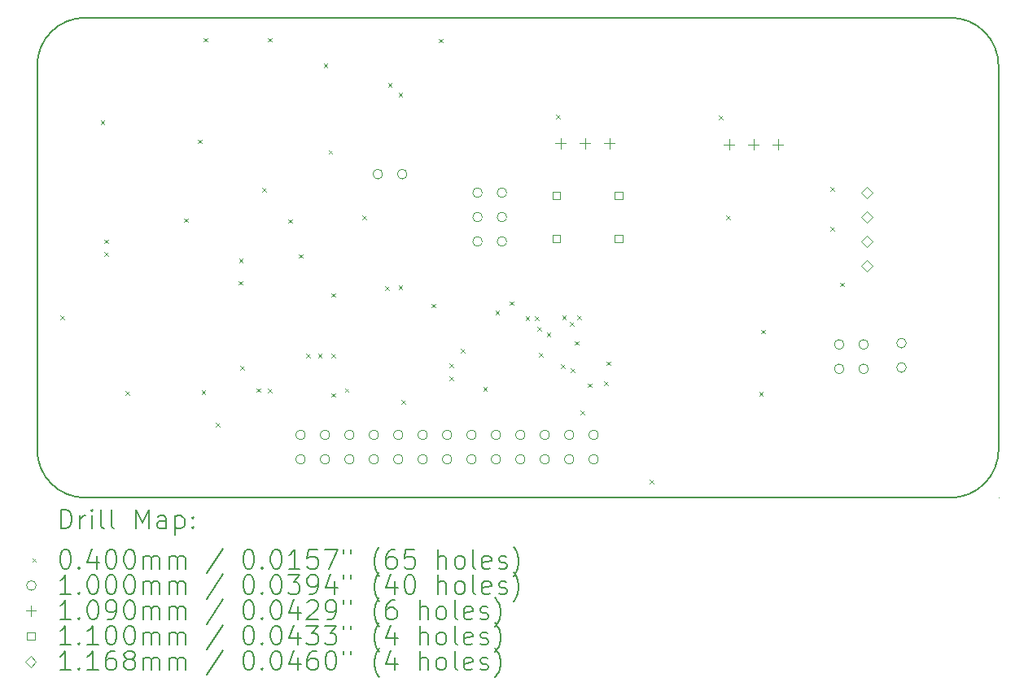
<source format=gbr>
%TF.GenerationSoftware,KiCad,Pcbnew,(6.0.7-1)-1*%
%TF.CreationDate,2022-11-17T12:14:10-08:00*%
%TF.ProjectId,telemetry-emulator-pcb,74656c65-6d65-4747-9279-2d656d756c61,rev?*%
%TF.SameCoordinates,Original*%
%TF.FileFunction,Drillmap*%
%TF.FilePolarity,Positive*%
%FSLAX45Y45*%
G04 Gerber Fmt 4.5, Leading zero omitted, Abs format (unit mm)*
G04 Created by KiCad (PCBNEW (6.0.7-1)-1) date 2022-11-17 12:14:10*
%MOMM*%
%LPD*%
G01*
G04 APERTURE LIST*
%ADD10C,0.200000*%
%ADD11C,0.100000*%
%ADD12C,0.040000*%
%ADD13C,0.109000*%
%ADD14C,0.110000*%
%ADD15C,0.116840*%
G04 APERTURE END LIST*
D10*
X18500000Y-6500000D02*
G75*
G03*
X18000000Y-6000000I-500000J0D01*
G01*
X9000000Y-11000000D02*
X18000000Y-11000000D01*
D11*
X18500000Y-11000000D02*
X18500000Y-11000000D01*
X18500000Y-11000000D02*
X18500000Y-11000000D01*
X18500000Y-11000000D02*
X18500000Y-11000000D01*
X18500000Y-11000000D02*
X18500000Y-11000000D01*
D10*
X18500000Y-10500000D02*
X18500000Y-6500000D01*
X18000000Y-11000000D02*
G75*
G03*
X18500000Y-10500000I0J500000D01*
G01*
X8500000Y-10500000D02*
X8500000Y-6500000D01*
X9000000Y-6000000D02*
G75*
G03*
X8500000Y-6500000I0J-500000D01*
G01*
X8500000Y-10500000D02*
G75*
G03*
X9000000Y-11000000I500000J0D01*
G01*
X9000000Y-6000000D02*
X18000000Y-6000000D01*
D12*
X8740000Y-9100000D02*
X8780000Y-9140000D01*
X8780000Y-9100000D02*
X8740000Y-9140000D01*
X9160000Y-7070000D02*
X9200000Y-7110000D01*
X9200000Y-7070000D02*
X9160000Y-7110000D01*
X9200000Y-8310000D02*
X9240000Y-8350000D01*
X9240000Y-8310000D02*
X9200000Y-8350000D01*
X9200000Y-8440000D02*
X9240000Y-8480000D01*
X9240000Y-8440000D02*
X9200000Y-8480000D01*
X9420000Y-9890000D02*
X9460000Y-9930000D01*
X9460000Y-9890000D02*
X9420000Y-9930000D01*
X10030000Y-8090000D02*
X10070000Y-8130000D01*
X10070000Y-8090000D02*
X10030000Y-8130000D01*
X10170000Y-7270000D02*
X10210000Y-7310000D01*
X10210000Y-7270000D02*
X10170000Y-7310000D01*
X10210000Y-9880000D02*
X10250000Y-9920000D01*
X10250000Y-9880000D02*
X10210000Y-9920000D01*
X10230000Y-6210000D02*
X10270000Y-6250000D01*
X10270000Y-6210000D02*
X10230000Y-6250000D01*
X10360000Y-10220000D02*
X10400000Y-10260000D01*
X10400000Y-10220000D02*
X10360000Y-10260000D01*
X10595870Y-8743410D02*
X10635870Y-8783410D01*
X10635870Y-8743410D02*
X10595870Y-8783410D01*
X10600000Y-8510000D02*
X10640000Y-8550000D01*
X10640000Y-8510000D02*
X10600000Y-8550000D01*
X10610000Y-9630000D02*
X10650000Y-9670000D01*
X10650000Y-9630000D02*
X10610000Y-9670000D01*
X10780000Y-9860000D02*
X10820000Y-9900000D01*
X10820000Y-9860000D02*
X10780000Y-9900000D01*
X10840000Y-7770000D02*
X10880000Y-7810000D01*
X10880000Y-7770000D02*
X10840000Y-7810000D01*
X10902000Y-6210000D02*
X10942000Y-6250000D01*
X10942000Y-6210000D02*
X10902000Y-6250000D01*
X10902338Y-9862338D02*
X10942338Y-9902338D01*
X10942338Y-9862338D02*
X10902338Y-9902338D01*
X11110000Y-8100000D02*
X11150000Y-8140000D01*
X11150000Y-8100000D02*
X11110000Y-8140000D01*
X11222192Y-8462550D02*
X11262192Y-8502550D01*
X11262192Y-8462550D02*
X11222192Y-8502550D01*
X11298770Y-9501230D02*
X11338770Y-9541230D01*
X11338770Y-9501230D02*
X11298770Y-9541230D01*
X11420000Y-9500000D02*
X11460000Y-9540000D01*
X11460000Y-9500000D02*
X11420000Y-9540000D01*
X11480000Y-6480000D02*
X11520000Y-6520000D01*
X11520000Y-6480000D02*
X11480000Y-6520000D01*
X11530000Y-7380000D02*
X11570000Y-7420000D01*
X11570000Y-7380000D02*
X11530000Y-7420000D01*
X11560000Y-8870000D02*
X11600000Y-8910000D01*
X11600000Y-8870000D02*
X11560000Y-8910000D01*
X11560000Y-9500000D02*
X11600000Y-9540000D01*
X11600000Y-9500000D02*
X11560000Y-9540000D01*
X11560000Y-9910000D02*
X11600000Y-9950000D01*
X11600000Y-9910000D02*
X11560000Y-9950000D01*
X11700000Y-9860000D02*
X11740000Y-9900000D01*
X11740000Y-9860000D02*
X11700000Y-9900000D01*
X11880000Y-8060000D02*
X11920000Y-8100000D01*
X11920000Y-8060000D02*
X11880000Y-8100000D01*
X12120000Y-8797550D02*
X12160000Y-8837550D01*
X12160000Y-8797550D02*
X12120000Y-8837550D01*
X12150000Y-6680000D02*
X12190000Y-6720000D01*
X12190000Y-6680000D02*
X12150000Y-6720000D01*
X12260000Y-6780000D02*
X12300000Y-6820000D01*
X12300000Y-6780000D02*
X12260000Y-6820000D01*
X12260000Y-8790000D02*
X12300000Y-8830000D01*
X12300000Y-8790000D02*
X12260000Y-8830000D01*
X12287550Y-9980000D02*
X12327550Y-10020000D01*
X12327550Y-9980000D02*
X12287550Y-10020000D01*
X12600000Y-8980000D02*
X12640000Y-9020000D01*
X12640000Y-8980000D02*
X12600000Y-9020000D01*
X12680000Y-6220000D02*
X12720000Y-6260000D01*
X12720000Y-6220000D02*
X12680000Y-6260000D01*
X12790000Y-9600000D02*
X12830000Y-9640000D01*
X12830000Y-9600000D02*
X12790000Y-9640000D01*
X12790000Y-9740000D02*
X12830000Y-9780000D01*
X12830000Y-9740000D02*
X12790000Y-9780000D01*
X12910000Y-9450000D02*
X12950000Y-9490000D01*
X12950000Y-9450000D02*
X12910000Y-9490000D01*
X13140000Y-9850000D02*
X13180000Y-9890000D01*
X13180000Y-9850000D02*
X13140000Y-9890000D01*
X13266265Y-9053735D02*
X13306265Y-9093735D01*
X13306265Y-9053735D02*
X13266265Y-9093735D01*
X13417000Y-8953000D02*
X13457000Y-8993000D01*
X13457000Y-8953000D02*
X13417000Y-8993000D01*
X13580000Y-9110000D02*
X13620000Y-9150000D01*
X13620000Y-9110000D02*
X13580000Y-9150000D01*
X13679950Y-9110000D02*
X13719950Y-9150000D01*
X13719950Y-9110000D02*
X13679950Y-9150000D01*
X13700000Y-9220000D02*
X13740000Y-9260000D01*
X13740000Y-9220000D02*
X13700000Y-9260000D01*
X13720000Y-9490450D02*
X13760000Y-9530450D01*
X13760000Y-9490450D02*
X13720000Y-9530450D01*
X13800000Y-9280000D02*
X13840000Y-9320000D01*
X13840000Y-9280000D02*
X13800000Y-9320000D01*
X13900000Y-7010000D02*
X13940000Y-7050000D01*
X13940000Y-7010000D02*
X13900000Y-7050000D01*
X13950000Y-9610000D02*
X13990000Y-9650000D01*
X13990000Y-9610000D02*
X13950000Y-9650000D01*
X13960000Y-9100000D02*
X14000000Y-9140000D01*
X14000000Y-9100000D02*
X13960000Y-9140000D01*
X14040000Y-9170000D02*
X14080000Y-9210000D01*
X14080000Y-9170000D02*
X14040000Y-9210000D01*
X14050000Y-9650000D02*
X14090000Y-9690000D01*
X14090000Y-9650000D02*
X14050000Y-9690000D01*
X14090000Y-9370000D02*
X14130000Y-9410000D01*
X14130000Y-9370000D02*
X14090000Y-9410000D01*
X14120000Y-9100000D02*
X14160000Y-9140000D01*
X14160000Y-9100000D02*
X14120000Y-9140000D01*
X14150000Y-10090000D02*
X14190000Y-10130000D01*
X14190000Y-10090000D02*
X14150000Y-10130000D01*
X14230000Y-9810000D02*
X14270000Y-9850000D01*
X14270000Y-9810000D02*
X14230000Y-9850000D01*
X14400000Y-9790000D02*
X14440000Y-9830000D01*
X14440000Y-9790000D02*
X14400000Y-9830000D01*
X14420000Y-9580000D02*
X14460000Y-9620000D01*
X14460000Y-9580000D02*
X14420000Y-9620000D01*
X14870000Y-10810000D02*
X14910000Y-10850000D01*
X14910000Y-10810000D02*
X14870000Y-10850000D01*
X15590000Y-7020000D02*
X15630000Y-7060000D01*
X15630000Y-7020000D02*
X15590000Y-7060000D01*
X15670000Y-8060000D02*
X15710000Y-8100000D01*
X15710000Y-8060000D02*
X15670000Y-8100000D01*
X16010000Y-9900000D02*
X16050000Y-9940000D01*
X16050000Y-9900000D02*
X16010000Y-9940000D01*
X16030000Y-9250000D02*
X16070000Y-9290000D01*
X16070000Y-9250000D02*
X16030000Y-9290000D01*
X16750000Y-7763500D02*
X16790000Y-7803500D01*
X16790000Y-7763500D02*
X16750000Y-7803500D01*
X16753050Y-8180000D02*
X16793050Y-8220000D01*
X16793050Y-8180000D02*
X16753050Y-8220000D01*
X16850000Y-8760000D02*
X16890000Y-8800000D01*
X16890000Y-8760000D02*
X16850000Y-8800000D01*
D11*
X11290000Y-10346000D02*
G75*
G03*
X11290000Y-10346000I-50000J0D01*
G01*
X11290000Y-10600000D02*
G75*
G03*
X11290000Y-10600000I-50000J0D01*
G01*
X11544000Y-10346000D02*
G75*
G03*
X11544000Y-10346000I-50000J0D01*
G01*
X11544000Y-10600000D02*
G75*
G03*
X11544000Y-10600000I-50000J0D01*
G01*
X11798000Y-10346000D02*
G75*
G03*
X11798000Y-10346000I-50000J0D01*
G01*
X11798000Y-10600000D02*
G75*
G03*
X11798000Y-10600000I-50000J0D01*
G01*
X12052000Y-10346000D02*
G75*
G03*
X12052000Y-10346000I-50000J0D01*
G01*
X12052000Y-10600000D02*
G75*
G03*
X12052000Y-10600000I-50000J0D01*
G01*
X12093500Y-7630000D02*
G75*
G03*
X12093500Y-7630000I-50000J0D01*
G01*
X12306000Y-10346000D02*
G75*
G03*
X12306000Y-10346000I-50000J0D01*
G01*
X12306000Y-10600000D02*
G75*
G03*
X12306000Y-10600000I-50000J0D01*
G01*
X12347500Y-7630000D02*
G75*
G03*
X12347500Y-7630000I-50000J0D01*
G01*
X12560000Y-10346000D02*
G75*
G03*
X12560000Y-10346000I-50000J0D01*
G01*
X12560000Y-10600000D02*
G75*
G03*
X12560000Y-10600000I-50000J0D01*
G01*
X12814000Y-10346000D02*
G75*
G03*
X12814000Y-10346000I-50000J0D01*
G01*
X12814000Y-10600000D02*
G75*
G03*
X12814000Y-10600000I-50000J0D01*
G01*
X13068000Y-10346000D02*
G75*
G03*
X13068000Y-10346000I-50000J0D01*
G01*
X13068000Y-10600000D02*
G75*
G03*
X13068000Y-10600000I-50000J0D01*
G01*
X13131000Y-7823200D02*
G75*
G03*
X13131000Y-7823200I-50000J0D01*
G01*
X13131000Y-8077200D02*
G75*
G03*
X13131000Y-8077200I-50000J0D01*
G01*
X13131000Y-8331200D02*
G75*
G03*
X13131000Y-8331200I-50000J0D01*
G01*
X13322000Y-10346000D02*
G75*
G03*
X13322000Y-10346000I-50000J0D01*
G01*
X13322000Y-10600000D02*
G75*
G03*
X13322000Y-10600000I-50000J0D01*
G01*
X13385000Y-7823200D02*
G75*
G03*
X13385000Y-7823200I-50000J0D01*
G01*
X13385000Y-8077200D02*
G75*
G03*
X13385000Y-8077200I-50000J0D01*
G01*
X13385000Y-8331200D02*
G75*
G03*
X13385000Y-8331200I-50000J0D01*
G01*
X13576000Y-10346000D02*
G75*
G03*
X13576000Y-10346000I-50000J0D01*
G01*
X13576000Y-10600000D02*
G75*
G03*
X13576000Y-10600000I-50000J0D01*
G01*
X13830000Y-10346000D02*
G75*
G03*
X13830000Y-10346000I-50000J0D01*
G01*
X13830000Y-10600000D02*
G75*
G03*
X13830000Y-10600000I-50000J0D01*
G01*
X14084000Y-10346000D02*
G75*
G03*
X14084000Y-10346000I-50000J0D01*
G01*
X14084000Y-10600000D02*
G75*
G03*
X14084000Y-10600000I-50000J0D01*
G01*
X14338000Y-10346000D02*
G75*
G03*
X14338000Y-10346000I-50000J0D01*
G01*
X14338000Y-10600000D02*
G75*
G03*
X14338000Y-10600000I-50000J0D01*
G01*
X16892500Y-9403500D02*
G75*
G03*
X16892500Y-9403500I-50000J0D01*
G01*
X16892500Y-9657500D02*
G75*
G03*
X16892500Y-9657500I-50000J0D01*
G01*
X17146500Y-9403500D02*
G75*
G03*
X17146500Y-9403500I-50000J0D01*
G01*
X17146500Y-9657500D02*
G75*
G03*
X17146500Y-9657500I-50000J0D01*
G01*
X17540000Y-9390000D02*
G75*
G03*
X17540000Y-9390000I-50000J0D01*
G01*
X17540000Y-9644000D02*
G75*
G03*
X17540000Y-9644000I-50000J0D01*
G01*
D13*
X13946000Y-7255000D02*
X13946000Y-7364000D01*
X13891500Y-7309500D02*
X14000500Y-7309500D01*
X14200000Y-7255000D02*
X14200000Y-7364000D01*
X14145500Y-7309500D02*
X14254500Y-7309500D01*
X14454000Y-7255000D02*
X14454000Y-7364000D01*
X14399500Y-7309500D02*
X14508500Y-7309500D01*
X15696000Y-7265000D02*
X15696000Y-7374000D01*
X15641500Y-7319500D02*
X15750500Y-7319500D01*
X15950000Y-7265000D02*
X15950000Y-7374000D01*
X15895500Y-7319500D02*
X16004500Y-7319500D01*
X16204000Y-7265000D02*
X16204000Y-7374000D01*
X16149500Y-7319500D02*
X16258500Y-7319500D01*
D14*
X13937891Y-7891091D02*
X13937891Y-7813309D01*
X13860109Y-7813309D01*
X13860109Y-7891091D01*
X13937891Y-7891091D01*
X13937891Y-8341091D02*
X13937891Y-8263309D01*
X13860109Y-8263309D01*
X13860109Y-8341091D01*
X13937891Y-8341091D01*
X14587891Y-7891091D02*
X14587891Y-7813309D01*
X14510109Y-7813309D01*
X14510109Y-7891091D01*
X14587891Y-7891091D01*
X14587891Y-8341091D02*
X14587891Y-8263309D01*
X14510109Y-8263309D01*
X14510109Y-8341091D01*
X14587891Y-8341091D01*
D15*
X17128850Y-7883370D02*
X17187270Y-7824950D01*
X17128850Y-7766530D01*
X17070430Y-7824950D01*
X17128850Y-7883370D01*
X17128850Y-8137370D02*
X17187270Y-8078950D01*
X17128850Y-8020530D01*
X17070430Y-8078950D01*
X17128850Y-8137370D01*
X17128850Y-8391370D02*
X17187270Y-8332950D01*
X17128850Y-8274530D01*
X17070430Y-8332950D01*
X17128850Y-8391370D01*
X17128850Y-8645370D02*
X17187270Y-8586950D01*
X17128850Y-8528530D01*
X17070430Y-8586950D01*
X17128850Y-8645370D01*
D10*
X8747619Y-11320476D02*
X8747619Y-11120476D01*
X8795238Y-11120476D01*
X8823810Y-11130000D01*
X8842857Y-11149048D01*
X8852381Y-11168095D01*
X8861905Y-11206190D01*
X8861905Y-11234762D01*
X8852381Y-11272857D01*
X8842857Y-11291905D01*
X8823810Y-11310952D01*
X8795238Y-11320476D01*
X8747619Y-11320476D01*
X8947619Y-11320476D02*
X8947619Y-11187143D01*
X8947619Y-11225238D02*
X8957143Y-11206190D01*
X8966667Y-11196667D01*
X8985714Y-11187143D01*
X9004762Y-11187143D01*
X9071429Y-11320476D02*
X9071429Y-11187143D01*
X9071429Y-11120476D02*
X9061905Y-11130000D01*
X9071429Y-11139524D01*
X9080952Y-11130000D01*
X9071429Y-11120476D01*
X9071429Y-11139524D01*
X9195238Y-11320476D02*
X9176190Y-11310952D01*
X9166667Y-11291905D01*
X9166667Y-11120476D01*
X9300000Y-11320476D02*
X9280952Y-11310952D01*
X9271429Y-11291905D01*
X9271429Y-11120476D01*
X9528571Y-11320476D02*
X9528571Y-11120476D01*
X9595238Y-11263333D01*
X9661905Y-11120476D01*
X9661905Y-11320476D01*
X9842857Y-11320476D02*
X9842857Y-11215714D01*
X9833333Y-11196667D01*
X9814286Y-11187143D01*
X9776190Y-11187143D01*
X9757143Y-11196667D01*
X9842857Y-11310952D02*
X9823810Y-11320476D01*
X9776190Y-11320476D01*
X9757143Y-11310952D01*
X9747619Y-11291905D01*
X9747619Y-11272857D01*
X9757143Y-11253809D01*
X9776190Y-11244286D01*
X9823810Y-11244286D01*
X9842857Y-11234762D01*
X9938095Y-11187143D02*
X9938095Y-11387143D01*
X9938095Y-11196667D02*
X9957143Y-11187143D01*
X9995238Y-11187143D01*
X10014286Y-11196667D01*
X10023810Y-11206190D01*
X10033333Y-11225238D01*
X10033333Y-11282381D01*
X10023810Y-11301428D01*
X10014286Y-11310952D01*
X9995238Y-11320476D01*
X9957143Y-11320476D01*
X9938095Y-11310952D01*
X10119048Y-11301428D02*
X10128571Y-11310952D01*
X10119048Y-11320476D01*
X10109524Y-11310952D01*
X10119048Y-11301428D01*
X10119048Y-11320476D01*
X10119048Y-11196667D02*
X10128571Y-11206190D01*
X10119048Y-11215714D01*
X10109524Y-11206190D01*
X10119048Y-11196667D01*
X10119048Y-11215714D01*
D12*
X8450000Y-11630000D02*
X8490000Y-11670000D01*
X8490000Y-11630000D02*
X8450000Y-11670000D01*
D10*
X8785714Y-11540476D02*
X8804762Y-11540476D01*
X8823810Y-11550000D01*
X8833333Y-11559524D01*
X8842857Y-11578571D01*
X8852381Y-11616667D01*
X8852381Y-11664286D01*
X8842857Y-11702381D01*
X8833333Y-11721428D01*
X8823810Y-11730952D01*
X8804762Y-11740476D01*
X8785714Y-11740476D01*
X8766667Y-11730952D01*
X8757143Y-11721428D01*
X8747619Y-11702381D01*
X8738095Y-11664286D01*
X8738095Y-11616667D01*
X8747619Y-11578571D01*
X8757143Y-11559524D01*
X8766667Y-11550000D01*
X8785714Y-11540476D01*
X8938095Y-11721428D02*
X8947619Y-11730952D01*
X8938095Y-11740476D01*
X8928571Y-11730952D01*
X8938095Y-11721428D01*
X8938095Y-11740476D01*
X9119048Y-11607143D02*
X9119048Y-11740476D01*
X9071429Y-11530952D02*
X9023810Y-11673809D01*
X9147619Y-11673809D01*
X9261905Y-11540476D02*
X9280952Y-11540476D01*
X9300000Y-11550000D01*
X9309524Y-11559524D01*
X9319048Y-11578571D01*
X9328571Y-11616667D01*
X9328571Y-11664286D01*
X9319048Y-11702381D01*
X9309524Y-11721428D01*
X9300000Y-11730952D01*
X9280952Y-11740476D01*
X9261905Y-11740476D01*
X9242857Y-11730952D01*
X9233333Y-11721428D01*
X9223810Y-11702381D01*
X9214286Y-11664286D01*
X9214286Y-11616667D01*
X9223810Y-11578571D01*
X9233333Y-11559524D01*
X9242857Y-11550000D01*
X9261905Y-11540476D01*
X9452381Y-11540476D02*
X9471429Y-11540476D01*
X9490476Y-11550000D01*
X9500000Y-11559524D01*
X9509524Y-11578571D01*
X9519048Y-11616667D01*
X9519048Y-11664286D01*
X9509524Y-11702381D01*
X9500000Y-11721428D01*
X9490476Y-11730952D01*
X9471429Y-11740476D01*
X9452381Y-11740476D01*
X9433333Y-11730952D01*
X9423810Y-11721428D01*
X9414286Y-11702381D01*
X9404762Y-11664286D01*
X9404762Y-11616667D01*
X9414286Y-11578571D01*
X9423810Y-11559524D01*
X9433333Y-11550000D01*
X9452381Y-11540476D01*
X9604762Y-11740476D02*
X9604762Y-11607143D01*
X9604762Y-11626190D02*
X9614286Y-11616667D01*
X9633333Y-11607143D01*
X9661905Y-11607143D01*
X9680952Y-11616667D01*
X9690476Y-11635714D01*
X9690476Y-11740476D01*
X9690476Y-11635714D02*
X9700000Y-11616667D01*
X9719048Y-11607143D01*
X9747619Y-11607143D01*
X9766667Y-11616667D01*
X9776190Y-11635714D01*
X9776190Y-11740476D01*
X9871429Y-11740476D02*
X9871429Y-11607143D01*
X9871429Y-11626190D02*
X9880952Y-11616667D01*
X9900000Y-11607143D01*
X9928571Y-11607143D01*
X9947619Y-11616667D01*
X9957143Y-11635714D01*
X9957143Y-11740476D01*
X9957143Y-11635714D02*
X9966667Y-11616667D01*
X9985714Y-11607143D01*
X10014286Y-11607143D01*
X10033333Y-11616667D01*
X10042857Y-11635714D01*
X10042857Y-11740476D01*
X10433333Y-11530952D02*
X10261905Y-11788095D01*
X10690476Y-11540476D02*
X10709524Y-11540476D01*
X10728571Y-11550000D01*
X10738095Y-11559524D01*
X10747619Y-11578571D01*
X10757143Y-11616667D01*
X10757143Y-11664286D01*
X10747619Y-11702381D01*
X10738095Y-11721428D01*
X10728571Y-11730952D01*
X10709524Y-11740476D01*
X10690476Y-11740476D01*
X10671429Y-11730952D01*
X10661905Y-11721428D01*
X10652381Y-11702381D01*
X10642857Y-11664286D01*
X10642857Y-11616667D01*
X10652381Y-11578571D01*
X10661905Y-11559524D01*
X10671429Y-11550000D01*
X10690476Y-11540476D01*
X10842857Y-11721428D02*
X10852381Y-11730952D01*
X10842857Y-11740476D01*
X10833333Y-11730952D01*
X10842857Y-11721428D01*
X10842857Y-11740476D01*
X10976190Y-11540476D02*
X10995238Y-11540476D01*
X11014286Y-11550000D01*
X11023810Y-11559524D01*
X11033333Y-11578571D01*
X11042857Y-11616667D01*
X11042857Y-11664286D01*
X11033333Y-11702381D01*
X11023810Y-11721428D01*
X11014286Y-11730952D01*
X10995238Y-11740476D01*
X10976190Y-11740476D01*
X10957143Y-11730952D01*
X10947619Y-11721428D01*
X10938095Y-11702381D01*
X10928571Y-11664286D01*
X10928571Y-11616667D01*
X10938095Y-11578571D01*
X10947619Y-11559524D01*
X10957143Y-11550000D01*
X10976190Y-11540476D01*
X11233333Y-11740476D02*
X11119048Y-11740476D01*
X11176190Y-11740476D02*
X11176190Y-11540476D01*
X11157143Y-11569048D01*
X11138095Y-11588095D01*
X11119048Y-11597619D01*
X11414286Y-11540476D02*
X11319048Y-11540476D01*
X11309524Y-11635714D01*
X11319048Y-11626190D01*
X11338095Y-11616667D01*
X11385714Y-11616667D01*
X11404762Y-11626190D01*
X11414286Y-11635714D01*
X11423809Y-11654762D01*
X11423809Y-11702381D01*
X11414286Y-11721428D01*
X11404762Y-11730952D01*
X11385714Y-11740476D01*
X11338095Y-11740476D01*
X11319048Y-11730952D01*
X11309524Y-11721428D01*
X11490476Y-11540476D02*
X11623809Y-11540476D01*
X11538095Y-11740476D01*
X11690476Y-11540476D02*
X11690476Y-11578571D01*
X11766667Y-11540476D02*
X11766667Y-11578571D01*
X12061905Y-11816667D02*
X12052381Y-11807143D01*
X12033333Y-11778571D01*
X12023809Y-11759524D01*
X12014286Y-11730952D01*
X12004762Y-11683333D01*
X12004762Y-11645238D01*
X12014286Y-11597619D01*
X12023809Y-11569048D01*
X12033333Y-11550000D01*
X12052381Y-11521428D01*
X12061905Y-11511905D01*
X12223809Y-11540476D02*
X12185714Y-11540476D01*
X12166667Y-11550000D01*
X12157143Y-11559524D01*
X12138095Y-11588095D01*
X12128571Y-11626190D01*
X12128571Y-11702381D01*
X12138095Y-11721428D01*
X12147619Y-11730952D01*
X12166667Y-11740476D01*
X12204762Y-11740476D01*
X12223809Y-11730952D01*
X12233333Y-11721428D01*
X12242857Y-11702381D01*
X12242857Y-11654762D01*
X12233333Y-11635714D01*
X12223809Y-11626190D01*
X12204762Y-11616667D01*
X12166667Y-11616667D01*
X12147619Y-11626190D01*
X12138095Y-11635714D01*
X12128571Y-11654762D01*
X12423809Y-11540476D02*
X12328571Y-11540476D01*
X12319048Y-11635714D01*
X12328571Y-11626190D01*
X12347619Y-11616667D01*
X12395238Y-11616667D01*
X12414286Y-11626190D01*
X12423809Y-11635714D01*
X12433333Y-11654762D01*
X12433333Y-11702381D01*
X12423809Y-11721428D01*
X12414286Y-11730952D01*
X12395238Y-11740476D01*
X12347619Y-11740476D01*
X12328571Y-11730952D01*
X12319048Y-11721428D01*
X12671428Y-11740476D02*
X12671428Y-11540476D01*
X12757143Y-11740476D02*
X12757143Y-11635714D01*
X12747619Y-11616667D01*
X12728571Y-11607143D01*
X12700000Y-11607143D01*
X12680952Y-11616667D01*
X12671428Y-11626190D01*
X12880952Y-11740476D02*
X12861905Y-11730952D01*
X12852381Y-11721428D01*
X12842857Y-11702381D01*
X12842857Y-11645238D01*
X12852381Y-11626190D01*
X12861905Y-11616667D01*
X12880952Y-11607143D01*
X12909524Y-11607143D01*
X12928571Y-11616667D01*
X12938095Y-11626190D01*
X12947619Y-11645238D01*
X12947619Y-11702381D01*
X12938095Y-11721428D01*
X12928571Y-11730952D01*
X12909524Y-11740476D01*
X12880952Y-11740476D01*
X13061905Y-11740476D02*
X13042857Y-11730952D01*
X13033333Y-11711905D01*
X13033333Y-11540476D01*
X13214286Y-11730952D02*
X13195238Y-11740476D01*
X13157143Y-11740476D01*
X13138095Y-11730952D01*
X13128571Y-11711905D01*
X13128571Y-11635714D01*
X13138095Y-11616667D01*
X13157143Y-11607143D01*
X13195238Y-11607143D01*
X13214286Y-11616667D01*
X13223809Y-11635714D01*
X13223809Y-11654762D01*
X13128571Y-11673809D01*
X13300000Y-11730952D02*
X13319048Y-11740476D01*
X13357143Y-11740476D01*
X13376190Y-11730952D01*
X13385714Y-11711905D01*
X13385714Y-11702381D01*
X13376190Y-11683333D01*
X13357143Y-11673809D01*
X13328571Y-11673809D01*
X13309524Y-11664286D01*
X13300000Y-11645238D01*
X13300000Y-11635714D01*
X13309524Y-11616667D01*
X13328571Y-11607143D01*
X13357143Y-11607143D01*
X13376190Y-11616667D01*
X13452381Y-11816667D02*
X13461905Y-11807143D01*
X13480952Y-11778571D01*
X13490476Y-11759524D01*
X13500000Y-11730952D01*
X13509524Y-11683333D01*
X13509524Y-11645238D01*
X13500000Y-11597619D01*
X13490476Y-11569048D01*
X13480952Y-11550000D01*
X13461905Y-11521428D01*
X13452381Y-11511905D01*
D11*
X8490000Y-11914000D02*
G75*
G03*
X8490000Y-11914000I-50000J0D01*
G01*
D10*
X8852381Y-12004476D02*
X8738095Y-12004476D01*
X8795238Y-12004476D02*
X8795238Y-11804476D01*
X8776190Y-11833048D01*
X8757143Y-11852095D01*
X8738095Y-11861619D01*
X8938095Y-11985428D02*
X8947619Y-11994952D01*
X8938095Y-12004476D01*
X8928571Y-11994952D01*
X8938095Y-11985428D01*
X8938095Y-12004476D01*
X9071429Y-11804476D02*
X9090476Y-11804476D01*
X9109524Y-11814000D01*
X9119048Y-11823524D01*
X9128571Y-11842571D01*
X9138095Y-11880667D01*
X9138095Y-11928286D01*
X9128571Y-11966381D01*
X9119048Y-11985428D01*
X9109524Y-11994952D01*
X9090476Y-12004476D01*
X9071429Y-12004476D01*
X9052381Y-11994952D01*
X9042857Y-11985428D01*
X9033333Y-11966381D01*
X9023810Y-11928286D01*
X9023810Y-11880667D01*
X9033333Y-11842571D01*
X9042857Y-11823524D01*
X9052381Y-11814000D01*
X9071429Y-11804476D01*
X9261905Y-11804476D02*
X9280952Y-11804476D01*
X9300000Y-11814000D01*
X9309524Y-11823524D01*
X9319048Y-11842571D01*
X9328571Y-11880667D01*
X9328571Y-11928286D01*
X9319048Y-11966381D01*
X9309524Y-11985428D01*
X9300000Y-11994952D01*
X9280952Y-12004476D01*
X9261905Y-12004476D01*
X9242857Y-11994952D01*
X9233333Y-11985428D01*
X9223810Y-11966381D01*
X9214286Y-11928286D01*
X9214286Y-11880667D01*
X9223810Y-11842571D01*
X9233333Y-11823524D01*
X9242857Y-11814000D01*
X9261905Y-11804476D01*
X9452381Y-11804476D02*
X9471429Y-11804476D01*
X9490476Y-11814000D01*
X9500000Y-11823524D01*
X9509524Y-11842571D01*
X9519048Y-11880667D01*
X9519048Y-11928286D01*
X9509524Y-11966381D01*
X9500000Y-11985428D01*
X9490476Y-11994952D01*
X9471429Y-12004476D01*
X9452381Y-12004476D01*
X9433333Y-11994952D01*
X9423810Y-11985428D01*
X9414286Y-11966381D01*
X9404762Y-11928286D01*
X9404762Y-11880667D01*
X9414286Y-11842571D01*
X9423810Y-11823524D01*
X9433333Y-11814000D01*
X9452381Y-11804476D01*
X9604762Y-12004476D02*
X9604762Y-11871143D01*
X9604762Y-11890190D02*
X9614286Y-11880667D01*
X9633333Y-11871143D01*
X9661905Y-11871143D01*
X9680952Y-11880667D01*
X9690476Y-11899714D01*
X9690476Y-12004476D01*
X9690476Y-11899714D02*
X9700000Y-11880667D01*
X9719048Y-11871143D01*
X9747619Y-11871143D01*
X9766667Y-11880667D01*
X9776190Y-11899714D01*
X9776190Y-12004476D01*
X9871429Y-12004476D02*
X9871429Y-11871143D01*
X9871429Y-11890190D02*
X9880952Y-11880667D01*
X9900000Y-11871143D01*
X9928571Y-11871143D01*
X9947619Y-11880667D01*
X9957143Y-11899714D01*
X9957143Y-12004476D01*
X9957143Y-11899714D02*
X9966667Y-11880667D01*
X9985714Y-11871143D01*
X10014286Y-11871143D01*
X10033333Y-11880667D01*
X10042857Y-11899714D01*
X10042857Y-12004476D01*
X10433333Y-11794952D02*
X10261905Y-12052095D01*
X10690476Y-11804476D02*
X10709524Y-11804476D01*
X10728571Y-11814000D01*
X10738095Y-11823524D01*
X10747619Y-11842571D01*
X10757143Y-11880667D01*
X10757143Y-11928286D01*
X10747619Y-11966381D01*
X10738095Y-11985428D01*
X10728571Y-11994952D01*
X10709524Y-12004476D01*
X10690476Y-12004476D01*
X10671429Y-11994952D01*
X10661905Y-11985428D01*
X10652381Y-11966381D01*
X10642857Y-11928286D01*
X10642857Y-11880667D01*
X10652381Y-11842571D01*
X10661905Y-11823524D01*
X10671429Y-11814000D01*
X10690476Y-11804476D01*
X10842857Y-11985428D02*
X10852381Y-11994952D01*
X10842857Y-12004476D01*
X10833333Y-11994952D01*
X10842857Y-11985428D01*
X10842857Y-12004476D01*
X10976190Y-11804476D02*
X10995238Y-11804476D01*
X11014286Y-11814000D01*
X11023810Y-11823524D01*
X11033333Y-11842571D01*
X11042857Y-11880667D01*
X11042857Y-11928286D01*
X11033333Y-11966381D01*
X11023810Y-11985428D01*
X11014286Y-11994952D01*
X10995238Y-12004476D01*
X10976190Y-12004476D01*
X10957143Y-11994952D01*
X10947619Y-11985428D01*
X10938095Y-11966381D01*
X10928571Y-11928286D01*
X10928571Y-11880667D01*
X10938095Y-11842571D01*
X10947619Y-11823524D01*
X10957143Y-11814000D01*
X10976190Y-11804476D01*
X11109524Y-11804476D02*
X11233333Y-11804476D01*
X11166667Y-11880667D01*
X11195238Y-11880667D01*
X11214286Y-11890190D01*
X11223809Y-11899714D01*
X11233333Y-11918762D01*
X11233333Y-11966381D01*
X11223809Y-11985428D01*
X11214286Y-11994952D01*
X11195238Y-12004476D01*
X11138095Y-12004476D01*
X11119048Y-11994952D01*
X11109524Y-11985428D01*
X11328571Y-12004476D02*
X11366667Y-12004476D01*
X11385714Y-11994952D01*
X11395238Y-11985428D01*
X11414286Y-11956857D01*
X11423809Y-11918762D01*
X11423809Y-11842571D01*
X11414286Y-11823524D01*
X11404762Y-11814000D01*
X11385714Y-11804476D01*
X11347619Y-11804476D01*
X11328571Y-11814000D01*
X11319048Y-11823524D01*
X11309524Y-11842571D01*
X11309524Y-11890190D01*
X11319048Y-11909238D01*
X11328571Y-11918762D01*
X11347619Y-11928286D01*
X11385714Y-11928286D01*
X11404762Y-11918762D01*
X11414286Y-11909238D01*
X11423809Y-11890190D01*
X11595238Y-11871143D02*
X11595238Y-12004476D01*
X11547619Y-11794952D02*
X11500000Y-11937809D01*
X11623809Y-11937809D01*
X11690476Y-11804476D02*
X11690476Y-11842571D01*
X11766667Y-11804476D02*
X11766667Y-11842571D01*
X12061905Y-12080667D02*
X12052381Y-12071143D01*
X12033333Y-12042571D01*
X12023809Y-12023524D01*
X12014286Y-11994952D01*
X12004762Y-11947333D01*
X12004762Y-11909238D01*
X12014286Y-11861619D01*
X12023809Y-11833048D01*
X12033333Y-11814000D01*
X12052381Y-11785428D01*
X12061905Y-11775905D01*
X12223809Y-11871143D02*
X12223809Y-12004476D01*
X12176190Y-11794952D02*
X12128571Y-11937809D01*
X12252381Y-11937809D01*
X12366667Y-11804476D02*
X12385714Y-11804476D01*
X12404762Y-11814000D01*
X12414286Y-11823524D01*
X12423809Y-11842571D01*
X12433333Y-11880667D01*
X12433333Y-11928286D01*
X12423809Y-11966381D01*
X12414286Y-11985428D01*
X12404762Y-11994952D01*
X12385714Y-12004476D01*
X12366667Y-12004476D01*
X12347619Y-11994952D01*
X12338095Y-11985428D01*
X12328571Y-11966381D01*
X12319048Y-11928286D01*
X12319048Y-11880667D01*
X12328571Y-11842571D01*
X12338095Y-11823524D01*
X12347619Y-11814000D01*
X12366667Y-11804476D01*
X12671428Y-12004476D02*
X12671428Y-11804476D01*
X12757143Y-12004476D02*
X12757143Y-11899714D01*
X12747619Y-11880667D01*
X12728571Y-11871143D01*
X12700000Y-11871143D01*
X12680952Y-11880667D01*
X12671428Y-11890190D01*
X12880952Y-12004476D02*
X12861905Y-11994952D01*
X12852381Y-11985428D01*
X12842857Y-11966381D01*
X12842857Y-11909238D01*
X12852381Y-11890190D01*
X12861905Y-11880667D01*
X12880952Y-11871143D01*
X12909524Y-11871143D01*
X12928571Y-11880667D01*
X12938095Y-11890190D01*
X12947619Y-11909238D01*
X12947619Y-11966381D01*
X12938095Y-11985428D01*
X12928571Y-11994952D01*
X12909524Y-12004476D01*
X12880952Y-12004476D01*
X13061905Y-12004476D02*
X13042857Y-11994952D01*
X13033333Y-11975905D01*
X13033333Y-11804476D01*
X13214286Y-11994952D02*
X13195238Y-12004476D01*
X13157143Y-12004476D01*
X13138095Y-11994952D01*
X13128571Y-11975905D01*
X13128571Y-11899714D01*
X13138095Y-11880667D01*
X13157143Y-11871143D01*
X13195238Y-11871143D01*
X13214286Y-11880667D01*
X13223809Y-11899714D01*
X13223809Y-11918762D01*
X13128571Y-11937809D01*
X13300000Y-11994952D02*
X13319048Y-12004476D01*
X13357143Y-12004476D01*
X13376190Y-11994952D01*
X13385714Y-11975905D01*
X13385714Y-11966381D01*
X13376190Y-11947333D01*
X13357143Y-11937809D01*
X13328571Y-11937809D01*
X13309524Y-11928286D01*
X13300000Y-11909238D01*
X13300000Y-11899714D01*
X13309524Y-11880667D01*
X13328571Y-11871143D01*
X13357143Y-11871143D01*
X13376190Y-11880667D01*
X13452381Y-12080667D02*
X13461905Y-12071143D01*
X13480952Y-12042571D01*
X13490476Y-12023524D01*
X13500000Y-11994952D01*
X13509524Y-11947333D01*
X13509524Y-11909238D01*
X13500000Y-11861619D01*
X13490476Y-11833048D01*
X13480952Y-11814000D01*
X13461905Y-11785428D01*
X13452381Y-11775905D01*
D13*
X8435500Y-12123500D02*
X8435500Y-12232500D01*
X8381000Y-12178000D02*
X8490000Y-12178000D01*
D10*
X8852381Y-12268476D02*
X8738095Y-12268476D01*
X8795238Y-12268476D02*
X8795238Y-12068476D01*
X8776190Y-12097048D01*
X8757143Y-12116095D01*
X8738095Y-12125619D01*
X8938095Y-12249428D02*
X8947619Y-12258952D01*
X8938095Y-12268476D01*
X8928571Y-12258952D01*
X8938095Y-12249428D01*
X8938095Y-12268476D01*
X9071429Y-12068476D02*
X9090476Y-12068476D01*
X9109524Y-12078000D01*
X9119048Y-12087524D01*
X9128571Y-12106571D01*
X9138095Y-12144667D01*
X9138095Y-12192286D01*
X9128571Y-12230381D01*
X9119048Y-12249428D01*
X9109524Y-12258952D01*
X9090476Y-12268476D01*
X9071429Y-12268476D01*
X9052381Y-12258952D01*
X9042857Y-12249428D01*
X9033333Y-12230381D01*
X9023810Y-12192286D01*
X9023810Y-12144667D01*
X9033333Y-12106571D01*
X9042857Y-12087524D01*
X9052381Y-12078000D01*
X9071429Y-12068476D01*
X9233333Y-12268476D02*
X9271429Y-12268476D01*
X9290476Y-12258952D01*
X9300000Y-12249428D01*
X9319048Y-12220857D01*
X9328571Y-12182762D01*
X9328571Y-12106571D01*
X9319048Y-12087524D01*
X9309524Y-12078000D01*
X9290476Y-12068476D01*
X9252381Y-12068476D01*
X9233333Y-12078000D01*
X9223810Y-12087524D01*
X9214286Y-12106571D01*
X9214286Y-12154190D01*
X9223810Y-12173238D01*
X9233333Y-12182762D01*
X9252381Y-12192286D01*
X9290476Y-12192286D01*
X9309524Y-12182762D01*
X9319048Y-12173238D01*
X9328571Y-12154190D01*
X9452381Y-12068476D02*
X9471429Y-12068476D01*
X9490476Y-12078000D01*
X9500000Y-12087524D01*
X9509524Y-12106571D01*
X9519048Y-12144667D01*
X9519048Y-12192286D01*
X9509524Y-12230381D01*
X9500000Y-12249428D01*
X9490476Y-12258952D01*
X9471429Y-12268476D01*
X9452381Y-12268476D01*
X9433333Y-12258952D01*
X9423810Y-12249428D01*
X9414286Y-12230381D01*
X9404762Y-12192286D01*
X9404762Y-12144667D01*
X9414286Y-12106571D01*
X9423810Y-12087524D01*
X9433333Y-12078000D01*
X9452381Y-12068476D01*
X9604762Y-12268476D02*
X9604762Y-12135143D01*
X9604762Y-12154190D02*
X9614286Y-12144667D01*
X9633333Y-12135143D01*
X9661905Y-12135143D01*
X9680952Y-12144667D01*
X9690476Y-12163714D01*
X9690476Y-12268476D01*
X9690476Y-12163714D02*
X9700000Y-12144667D01*
X9719048Y-12135143D01*
X9747619Y-12135143D01*
X9766667Y-12144667D01*
X9776190Y-12163714D01*
X9776190Y-12268476D01*
X9871429Y-12268476D02*
X9871429Y-12135143D01*
X9871429Y-12154190D02*
X9880952Y-12144667D01*
X9900000Y-12135143D01*
X9928571Y-12135143D01*
X9947619Y-12144667D01*
X9957143Y-12163714D01*
X9957143Y-12268476D01*
X9957143Y-12163714D02*
X9966667Y-12144667D01*
X9985714Y-12135143D01*
X10014286Y-12135143D01*
X10033333Y-12144667D01*
X10042857Y-12163714D01*
X10042857Y-12268476D01*
X10433333Y-12058952D02*
X10261905Y-12316095D01*
X10690476Y-12068476D02*
X10709524Y-12068476D01*
X10728571Y-12078000D01*
X10738095Y-12087524D01*
X10747619Y-12106571D01*
X10757143Y-12144667D01*
X10757143Y-12192286D01*
X10747619Y-12230381D01*
X10738095Y-12249428D01*
X10728571Y-12258952D01*
X10709524Y-12268476D01*
X10690476Y-12268476D01*
X10671429Y-12258952D01*
X10661905Y-12249428D01*
X10652381Y-12230381D01*
X10642857Y-12192286D01*
X10642857Y-12144667D01*
X10652381Y-12106571D01*
X10661905Y-12087524D01*
X10671429Y-12078000D01*
X10690476Y-12068476D01*
X10842857Y-12249428D02*
X10852381Y-12258952D01*
X10842857Y-12268476D01*
X10833333Y-12258952D01*
X10842857Y-12249428D01*
X10842857Y-12268476D01*
X10976190Y-12068476D02*
X10995238Y-12068476D01*
X11014286Y-12078000D01*
X11023810Y-12087524D01*
X11033333Y-12106571D01*
X11042857Y-12144667D01*
X11042857Y-12192286D01*
X11033333Y-12230381D01*
X11023810Y-12249428D01*
X11014286Y-12258952D01*
X10995238Y-12268476D01*
X10976190Y-12268476D01*
X10957143Y-12258952D01*
X10947619Y-12249428D01*
X10938095Y-12230381D01*
X10928571Y-12192286D01*
X10928571Y-12144667D01*
X10938095Y-12106571D01*
X10947619Y-12087524D01*
X10957143Y-12078000D01*
X10976190Y-12068476D01*
X11214286Y-12135143D02*
X11214286Y-12268476D01*
X11166667Y-12058952D02*
X11119048Y-12201809D01*
X11242857Y-12201809D01*
X11309524Y-12087524D02*
X11319048Y-12078000D01*
X11338095Y-12068476D01*
X11385714Y-12068476D01*
X11404762Y-12078000D01*
X11414286Y-12087524D01*
X11423809Y-12106571D01*
X11423809Y-12125619D01*
X11414286Y-12154190D01*
X11300000Y-12268476D01*
X11423809Y-12268476D01*
X11519048Y-12268476D02*
X11557143Y-12268476D01*
X11576190Y-12258952D01*
X11585714Y-12249428D01*
X11604762Y-12220857D01*
X11614286Y-12182762D01*
X11614286Y-12106571D01*
X11604762Y-12087524D01*
X11595238Y-12078000D01*
X11576190Y-12068476D01*
X11538095Y-12068476D01*
X11519048Y-12078000D01*
X11509524Y-12087524D01*
X11500000Y-12106571D01*
X11500000Y-12154190D01*
X11509524Y-12173238D01*
X11519048Y-12182762D01*
X11538095Y-12192286D01*
X11576190Y-12192286D01*
X11595238Y-12182762D01*
X11604762Y-12173238D01*
X11614286Y-12154190D01*
X11690476Y-12068476D02*
X11690476Y-12106571D01*
X11766667Y-12068476D02*
X11766667Y-12106571D01*
X12061905Y-12344667D02*
X12052381Y-12335143D01*
X12033333Y-12306571D01*
X12023809Y-12287524D01*
X12014286Y-12258952D01*
X12004762Y-12211333D01*
X12004762Y-12173238D01*
X12014286Y-12125619D01*
X12023809Y-12097048D01*
X12033333Y-12078000D01*
X12052381Y-12049428D01*
X12061905Y-12039905D01*
X12223809Y-12068476D02*
X12185714Y-12068476D01*
X12166667Y-12078000D01*
X12157143Y-12087524D01*
X12138095Y-12116095D01*
X12128571Y-12154190D01*
X12128571Y-12230381D01*
X12138095Y-12249428D01*
X12147619Y-12258952D01*
X12166667Y-12268476D01*
X12204762Y-12268476D01*
X12223809Y-12258952D01*
X12233333Y-12249428D01*
X12242857Y-12230381D01*
X12242857Y-12182762D01*
X12233333Y-12163714D01*
X12223809Y-12154190D01*
X12204762Y-12144667D01*
X12166667Y-12144667D01*
X12147619Y-12154190D01*
X12138095Y-12163714D01*
X12128571Y-12182762D01*
X12480952Y-12268476D02*
X12480952Y-12068476D01*
X12566667Y-12268476D02*
X12566667Y-12163714D01*
X12557143Y-12144667D01*
X12538095Y-12135143D01*
X12509524Y-12135143D01*
X12490476Y-12144667D01*
X12480952Y-12154190D01*
X12690476Y-12268476D02*
X12671428Y-12258952D01*
X12661905Y-12249428D01*
X12652381Y-12230381D01*
X12652381Y-12173238D01*
X12661905Y-12154190D01*
X12671428Y-12144667D01*
X12690476Y-12135143D01*
X12719048Y-12135143D01*
X12738095Y-12144667D01*
X12747619Y-12154190D01*
X12757143Y-12173238D01*
X12757143Y-12230381D01*
X12747619Y-12249428D01*
X12738095Y-12258952D01*
X12719048Y-12268476D01*
X12690476Y-12268476D01*
X12871428Y-12268476D02*
X12852381Y-12258952D01*
X12842857Y-12239905D01*
X12842857Y-12068476D01*
X13023809Y-12258952D02*
X13004762Y-12268476D01*
X12966667Y-12268476D01*
X12947619Y-12258952D01*
X12938095Y-12239905D01*
X12938095Y-12163714D01*
X12947619Y-12144667D01*
X12966667Y-12135143D01*
X13004762Y-12135143D01*
X13023809Y-12144667D01*
X13033333Y-12163714D01*
X13033333Y-12182762D01*
X12938095Y-12201809D01*
X13109524Y-12258952D02*
X13128571Y-12268476D01*
X13166667Y-12268476D01*
X13185714Y-12258952D01*
X13195238Y-12239905D01*
X13195238Y-12230381D01*
X13185714Y-12211333D01*
X13166667Y-12201809D01*
X13138095Y-12201809D01*
X13119048Y-12192286D01*
X13109524Y-12173238D01*
X13109524Y-12163714D01*
X13119048Y-12144667D01*
X13138095Y-12135143D01*
X13166667Y-12135143D01*
X13185714Y-12144667D01*
X13261905Y-12344667D02*
X13271428Y-12335143D01*
X13290476Y-12306571D01*
X13300000Y-12287524D01*
X13309524Y-12258952D01*
X13319048Y-12211333D01*
X13319048Y-12173238D01*
X13309524Y-12125619D01*
X13300000Y-12097048D01*
X13290476Y-12078000D01*
X13271428Y-12049428D01*
X13261905Y-12039905D01*
D14*
X8473891Y-12480891D02*
X8473891Y-12403109D01*
X8396109Y-12403109D01*
X8396109Y-12480891D01*
X8473891Y-12480891D01*
D10*
X8852381Y-12532476D02*
X8738095Y-12532476D01*
X8795238Y-12532476D02*
X8795238Y-12332476D01*
X8776190Y-12361048D01*
X8757143Y-12380095D01*
X8738095Y-12389619D01*
X8938095Y-12513428D02*
X8947619Y-12522952D01*
X8938095Y-12532476D01*
X8928571Y-12522952D01*
X8938095Y-12513428D01*
X8938095Y-12532476D01*
X9138095Y-12532476D02*
X9023810Y-12532476D01*
X9080952Y-12532476D02*
X9080952Y-12332476D01*
X9061905Y-12361048D01*
X9042857Y-12380095D01*
X9023810Y-12389619D01*
X9261905Y-12332476D02*
X9280952Y-12332476D01*
X9300000Y-12342000D01*
X9309524Y-12351524D01*
X9319048Y-12370571D01*
X9328571Y-12408667D01*
X9328571Y-12456286D01*
X9319048Y-12494381D01*
X9309524Y-12513428D01*
X9300000Y-12522952D01*
X9280952Y-12532476D01*
X9261905Y-12532476D01*
X9242857Y-12522952D01*
X9233333Y-12513428D01*
X9223810Y-12494381D01*
X9214286Y-12456286D01*
X9214286Y-12408667D01*
X9223810Y-12370571D01*
X9233333Y-12351524D01*
X9242857Y-12342000D01*
X9261905Y-12332476D01*
X9452381Y-12332476D02*
X9471429Y-12332476D01*
X9490476Y-12342000D01*
X9500000Y-12351524D01*
X9509524Y-12370571D01*
X9519048Y-12408667D01*
X9519048Y-12456286D01*
X9509524Y-12494381D01*
X9500000Y-12513428D01*
X9490476Y-12522952D01*
X9471429Y-12532476D01*
X9452381Y-12532476D01*
X9433333Y-12522952D01*
X9423810Y-12513428D01*
X9414286Y-12494381D01*
X9404762Y-12456286D01*
X9404762Y-12408667D01*
X9414286Y-12370571D01*
X9423810Y-12351524D01*
X9433333Y-12342000D01*
X9452381Y-12332476D01*
X9604762Y-12532476D02*
X9604762Y-12399143D01*
X9604762Y-12418190D02*
X9614286Y-12408667D01*
X9633333Y-12399143D01*
X9661905Y-12399143D01*
X9680952Y-12408667D01*
X9690476Y-12427714D01*
X9690476Y-12532476D01*
X9690476Y-12427714D02*
X9700000Y-12408667D01*
X9719048Y-12399143D01*
X9747619Y-12399143D01*
X9766667Y-12408667D01*
X9776190Y-12427714D01*
X9776190Y-12532476D01*
X9871429Y-12532476D02*
X9871429Y-12399143D01*
X9871429Y-12418190D02*
X9880952Y-12408667D01*
X9900000Y-12399143D01*
X9928571Y-12399143D01*
X9947619Y-12408667D01*
X9957143Y-12427714D01*
X9957143Y-12532476D01*
X9957143Y-12427714D02*
X9966667Y-12408667D01*
X9985714Y-12399143D01*
X10014286Y-12399143D01*
X10033333Y-12408667D01*
X10042857Y-12427714D01*
X10042857Y-12532476D01*
X10433333Y-12322952D02*
X10261905Y-12580095D01*
X10690476Y-12332476D02*
X10709524Y-12332476D01*
X10728571Y-12342000D01*
X10738095Y-12351524D01*
X10747619Y-12370571D01*
X10757143Y-12408667D01*
X10757143Y-12456286D01*
X10747619Y-12494381D01*
X10738095Y-12513428D01*
X10728571Y-12522952D01*
X10709524Y-12532476D01*
X10690476Y-12532476D01*
X10671429Y-12522952D01*
X10661905Y-12513428D01*
X10652381Y-12494381D01*
X10642857Y-12456286D01*
X10642857Y-12408667D01*
X10652381Y-12370571D01*
X10661905Y-12351524D01*
X10671429Y-12342000D01*
X10690476Y-12332476D01*
X10842857Y-12513428D02*
X10852381Y-12522952D01*
X10842857Y-12532476D01*
X10833333Y-12522952D01*
X10842857Y-12513428D01*
X10842857Y-12532476D01*
X10976190Y-12332476D02*
X10995238Y-12332476D01*
X11014286Y-12342000D01*
X11023810Y-12351524D01*
X11033333Y-12370571D01*
X11042857Y-12408667D01*
X11042857Y-12456286D01*
X11033333Y-12494381D01*
X11023810Y-12513428D01*
X11014286Y-12522952D01*
X10995238Y-12532476D01*
X10976190Y-12532476D01*
X10957143Y-12522952D01*
X10947619Y-12513428D01*
X10938095Y-12494381D01*
X10928571Y-12456286D01*
X10928571Y-12408667D01*
X10938095Y-12370571D01*
X10947619Y-12351524D01*
X10957143Y-12342000D01*
X10976190Y-12332476D01*
X11214286Y-12399143D02*
X11214286Y-12532476D01*
X11166667Y-12322952D02*
X11119048Y-12465809D01*
X11242857Y-12465809D01*
X11300000Y-12332476D02*
X11423809Y-12332476D01*
X11357143Y-12408667D01*
X11385714Y-12408667D01*
X11404762Y-12418190D01*
X11414286Y-12427714D01*
X11423809Y-12446762D01*
X11423809Y-12494381D01*
X11414286Y-12513428D01*
X11404762Y-12522952D01*
X11385714Y-12532476D01*
X11328571Y-12532476D01*
X11309524Y-12522952D01*
X11300000Y-12513428D01*
X11490476Y-12332476D02*
X11614286Y-12332476D01*
X11547619Y-12408667D01*
X11576190Y-12408667D01*
X11595238Y-12418190D01*
X11604762Y-12427714D01*
X11614286Y-12446762D01*
X11614286Y-12494381D01*
X11604762Y-12513428D01*
X11595238Y-12522952D01*
X11576190Y-12532476D01*
X11519048Y-12532476D01*
X11500000Y-12522952D01*
X11490476Y-12513428D01*
X11690476Y-12332476D02*
X11690476Y-12370571D01*
X11766667Y-12332476D02*
X11766667Y-12370571D01*
X12061905Y-12608667D02*
X12052381Y-12599143D01*
X12033333Y-12570571D01*
X12023809Y-12551524D01*
X12014286Y-12522952D01*
X12004762Y-12475333D01*
X12004762Y-12437238D01*
X12014286Y-12389619D01*
X12023809Y-12361048D01*
X12033333Y-12342000D01*
X12052381Y-12313428D01*
X12061905Y-12303905D01*
X12223809Y-12399143D02*
X12223809Y-12532476D01*
X12176190Y-12322952D02*
X12128571Y-12465809D01*
X12252381Y-12465809D01*
X12480952Y-12532476D02*
X12480952Y-12332476D01*
X12566667Y-12532476D02*
X12566667Y-12427714D01*
X12557143Y-12408667D01*
X12538095Y-12399143D01*
X12509524Y-12399143D01*
X12490476Y-12408667D01*
X12480952Y-12418190D01*
X12690476Y-12532476D02*
X12671428Y-12522952D01*
X12661905Y-12513428D01*
X12652381Y-12494381D01*
X12652381Y-12437238D01*
X12661905Y-12418190D01*
X12671428Y-12408667D01*
X12690476Y-12399143D01*
X12719048Y-12399143D01*
X12738095Y-12408667D01*
X12747619Y-12418190D01*
X12757143Y-12437238D01*
X12757143Y-12494381D01*
X12747619Y-12513428D01*
X12738095Y-12522952D01*
X12719048Y-12532476D01*
X12690476Y-12532476D01*
X12871428Y-12532476D02*
X12852381Y-12522952D01*
X12842857Y-12503905D01*
X12842857Y-12332476D01*
X13023809Y-12522952D02*
X13004762Y-12532476D01*
X12966667Y-12532476D01*
X12947619Y-12522952D01*
X12938095Y-12503905D01*
X12938095Y-12427714D01*
X12947619Y-12408667D01*
X12966667Y-12399143D01*
X13004762Y-12399143D01*
X13023809Y-12408667D01*
X13033333Y-12427714D01*
X13033333Y-12446762D01*
X12938095Y-12465809D01*
X13109524Y-12522952D02*
X13128571Y-12532476D01*
X13166667Y-12532476D01*
X13185714Y-12522952D01*
X13195238Y-12503905D01*
X13195238Y-12494381D01*
X13185714Y-12475333D01*
X13166667Y-12465809D01*
X13138095Y-12465809D01*
X13119048Y-12456286D01*
X13109524Y-12437238D01*
X13109524Y-12427714D01*
X13119048Y-12408667D01*
X13138095Y-12399143D01*
X13166667Y-12399143D01*
X13185714Y-12408667D01*
X13261905Y-12608667D02*
X13271428Y-12599143D01*
X13290476Y-12570571D01*
X13300000Y-12551524D01*
X13309524Y-12522952D01*
X13319048Y-12475333D01*
X13319048Y-12437238D01*
X13309524Y-12389619D01*
X13300000Y-12361048D01*
X13290476Y-12342000D01*
X13271428Y-12313428D01*
X13261905Y-12303905D01*
D15*
X8431580Y-12764420D02*
X8490000Y-12706000D01*
X8431580Y-12647580D01*
X8373160Y-12706000D01*
X8431580Y-12764420D01*
D10*
X8852381Y-12796476D02*
X8738095Y-12796476D01*
X8795238Y-12796476D02*
X8795238Y-12596476D01*
X8776190Y-12625048D01*
X8757143Y-12644095D01*
X8738095Y-12653619D01*
X8938095Y-12777428D02*
X8947619Y-12786952D01*
X8938095Y-12796476D01*
X8928571Y-12786952D01*
X8938095Y-12777428D01*
X8938095Y-12796476D01*
X9138095Y-12796476D02*
X9023810Y-12796476D01*
X9080952Y-12796476D02*
X9080952Y-12596476D01*
X9061905Y-12625048D01*
X9042857Y-12644095D01*
X9023810Y-12653619D01*
X9309524Y-12596476D02*
X9271429Y-12596476D01*
X9252381Y-12606000D01*
X9242857Y-12615524D01*
X9223810Y-12644095D01*
X9214286Y-12682190D01*
X9214286Y-12758381D01*
X9223810Y-12777428D01*
X9233333Y-12786952D01*
X9252381Y-12796476D01*
X9290476Y-12796476D01*
X9309524Y-12786952D01*
X9319048Y-12777428D01*
X9328571Y-12758381D01*
X9328571Y-12710762D01*
X9319048Y-12691714D01*
X9309524Y-12682190D01*
X9290476Y-12672667D01*
X9252381Y-12672667D01*
X9233333Y-12682190D01*
X9223810Y-12691714D01*
X9214286Y-12710762D01*
X9442857Y-12682190D02*
X9423810Y-12672667D01*
X9414286Y-12663143D01*
X9404762Y-12644095D01*
X9404762Y-12634571D01*
X9414286Y-12615524D01*
X9423810Y-12606000D01*
X9442857Y-12596476D01*
X9480952Y-12596476D01*
X9500000Y-12606000D01*
X9509524Y-12615524D01*
X9519048Y-12634571D01*
X9519048Y-12644095D01*
X9509524Y-12663143D01*
X9500000Y-12672667D01*
X9480952Y-12682190D01*
X9442857Y-12682190D01*
X9423810Y-12691714D01*
X9414286Y-12701238D01*
X9404762Y-12720286D01*
X9404762Y-12758381D01*
X9414286Y-12777428D01*
X9423810Y-12786952D01*
X9442857Y-12796476D01*
X9480952Y-12796476D01*
X9500000Y-12786952D01*
X9509524Y-12777428D01*
X9519048Y-12758381D01*
X9519048Y-12720286D01*
X9509524Y-12701238D01*
X9500000Y-12691714D01*
X9480952Y-12682190D01*
X9604762Y-12796476D02*
X9604762Y-12663143D01*
X9604762Y-12682190D02*
X9614286Y-12672667D01*
X9633333Y-12663143D01*
X9661905Y-12663143D01*
X9680952Y-12672667D01*
X9690476Y-12691714D01*
X9690476Y-12796476D01*
X9690476Y-12691714D02*
X9700000Y-12672667D01*
X9719048Y-12663143D01*
X9747619Y-12663143D01*
X9766667Y-12672667D01*
X9776190Y-12691714D01*
X9776190Y-12796476D01*
X9871429Y-12796476D02*
X9871429Y-12663143D01*
X9871429Y-12682190D02*
X9880952Y-12672667D01*
X9900000Y-12663143D01*
X9928571Y-12663143D01*
X9947619Y-12672667D01*
X9957143Y-12691714D01*
X9957143Y-12796476D01*
X9957143Y-12691714D02*
X9966667Y-12672667D01*
X9985714Y-12663143D01*
X10014286Y-12663143D01*
X10033333Y-12672667D01*
X10042857Y-12691714D01*
X10042857Y-12796476D01*
X10433333Y-12586952D02*
X10261905Y-12844095D01*
X10690476Y-12596476D02*
X10709524Y-12596476D01*
X10728571Y-12606000D01*
X10738095Y-12615524D01*
X10747619Y-12634571D01*
X10757143Y-12672667D01*
X10757143Y-12720286D01*
X10747619Y-12758381D01*
X10738095Y-12777428D01*
X10728571Y-12786952D01*
X10709524Y-12796476D01*
X10690476Y-12796476D01*
X10671429Y-12786952D01*
X10661905Y-12777428D01*
X10652381Y-12758381D01*
X10642857Y-12720286D01*
X10642857Y-12672667D01*
X10652381Y-12634571D01*
X10661905Y-12615524D01*
X10671429Y-12606000D01*
X10690476Y-12596476D01*
X10842857Y-12777428D02*
X10852381Y-12786952D01*
X10842857Y-12796476D01*
X10833333Y-12786952D01*
X10842857Y-12777428D01*
X10842857Y-12796476D01*
X10976190Y-12596476D02*
X10995238Y-12596476D01*
X11014286Y-12606000D01*
X11023810Y-12615524D01*
X11033333Y-12634571D01*
X11042857Y-12672667D01*
X11042857Y-12720286D01*
X11033333Y-12758381D01*
X11023810Y-12777428D01*
X11014286Y-12786952D01*
X10995238Y-12796476D01*
X10976190Y-12796476D01*
X10957143Y-12786952D01*
X10947619Y-12777428D01*
X10938095Y-12758381D01*
X10928571Y-12720286D01*
X10928571Y-12672667D01*
X10938095Y-12634571D01*
X10947619Y-12615524D01*
X10957143Y-12606000D01*
X10976190Y-12596476D01*
X11214286Y-12663143D02*
X11214286Y-12796476D01*
X11166667Y-12586952D02*
X11119048Y-12729809D01*
X11242857Y-12729809D01*
X11404762Y-12596476D02*
X11366667Y-12596476D01*
X11347619Y-12606000D01*
X11338095Y-12615524D01*
X11319048Y-12644095D01*
X11309524Y-12682190D01*
X11309524Y-12758381D01*
X11319048Y-12777428D01*
X11328571Y-12786952D01*
X11347619Y-12796476D01*
X11385714Y-12796476D01*
X11404762Y-12786952D01*
X11414286Y-12777428D01*
X11423809Y-12758381D01*
X11423809Y-12710762D01*
X11414286Y-12691714D01*
X11404762Y-12682190D01*
X11385714Y-12672667D01*
X11347619Y-12672667D01*
X11328571Y-12682190D01*
X11319048Y-12691714D01*
X11309524Y-12710762D01*
X11547619Y-12596476D02*
X11566667Y-12596476D01*
X11585714Y-12606000D01*
X11595238Y-12615524D01*
X11604762Y-12634571D01*
X11614286Y-12672667D01*
X11614286Y-12720286D01*
X11604762Y-12758381D01*
X11595238Y-12777428D01*
X11585714Y-12786952D01*
X11566667Y-12796476D01*
X11547619Y-12796476D01*
X11528571Y-12786952D01*
X11519048Y-12777428D01*
X11509524Y-12758381D01*
X11500000Y-12720286D01*
X11500000Y-12672667D01*
X11509524Y-12634571D01*
X11519048Y-12615524D01*
X11528571Y-12606000D01*
X11547619Y-12596476D01*
X11690476Y-12596476D02*
X11690476Y-12634571D01*
X11766667Y-12596476D02*
X11766667Y-12634571D01*
X12061905Y-12872667D02*
X12052381Y-12863143D01*
X12033333Y-12834571D01*
X12023809Y-12815524D01*
X12014286Y-12786952D01*
X12004762Y-12739333D01*
X12004762Y-12701238D01*
X12014286Y-12653619D01*
X12023809Y-12625048D01*
X12033333Y-12606000D01*
X12052381Y-12577428D01*
X12061905Y-12567905D01*
X12223809Y-12663143D02*
X12223809Y-12796476D01*
X12176190Y-12586952D02*
X12128571Y-12729809D01*
X12252381Y-12729809D01*
X12480952Y-12796476D02*
X12480952Y-12596476D01*
X12566667Y-12796476D02*
X12566667Y-12691714D01*
X12557143Y-12672667D01*
X12538095Y-12663143D01*
X12509524Y-12663143D01*
X12490476Y-12672667D01*
X12480952Y-12682190D01*
X12690476Y-12796476D02*
X12671428Y-12786952D01*
X12661905Y-12777428D01*
X12652381Y-12758381D01*
X12652381Y-12701238D01*
X12661905Y-12682190D01*
X12671428Y-12672667D01*
X12690476Y-12663143D01*
X12719048Y-12663143D01*
X12738095Y-12672667D01*
X12747619Y-12682190D01*
X12757143Y-12701238D01*
X12757143Y-12758381D01*
X12747619Y-12777428D01*
X12738095Y-12786952D01*
X12719048Y-12796476D01*
X12690476Y-12796476D01*
X12871428Y-12796476D02*
X12852381Y-12786952D01*
X12842857Y-12767905D01*
X12842857Y-12596476D01*
X13023809Y-12786952D02*
X13004762Y-12796476D01*
X12966667Y-12796476D01*
X12947619Y-12786952D01*
X12938095Y-12767905D01*
X12938095Y-12691714D01*
X12947619Y-12672667D01*
X12966667Y-12663143D01*
X13004762Y-12663143D01*
X13023809Y-12672667D01*
X13033333Y-12691714D01*
X13033333Y-12710762D01*
X12938095Y-12729809D01*
X13109524Y-12786952D02*
X13128571Y-12796476D01*
X13166667Y-12796476D01*
X13185714Y-12786952D01*
X13195238Y-12767905D01*
X13195238Y-12758381D01*
X13185714Y-12739333D01*
X13166667Y-12729809D01*
X13138095Y-12729809D01*
X13119048Y-12720286D01*
X13109524Y-12701238D01*
X13109524Y-12691714D01*
X13119048Y-12672667D01*
X13138095Y-12663143D01*
X13166667Y-12663143D01*
X13185714Y-12672667D01*
X13261905Y-12872667D02*
X13271428Y-12863143D01*
X13290476Y-12834571D01*
X13300000Y-12815524D01*
X13309524Y-12786952D01*
X13319048Y-12739333D01*
X13319048Y-12701238D01*
X13309524Y-12653619D01*
X13300000Y-12625048D01*
X13290476Y-12606000D01*
X13271428Y-12577428D01*
X13261905Y-12567905D01*
M02*

</source>
